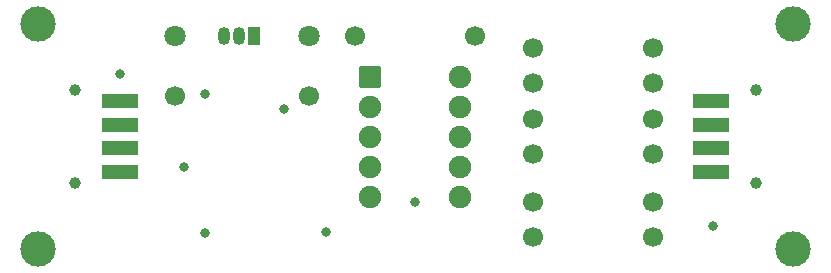
<source format=gbr>
%TF.GenerationSoftware,KiCad,Pcbnew,7.0.10*%
%TF.CreationDate,2024-04-17T13:25:17+09:00*%
%TF.ProjectId,HD-AK4316,48442d41-4b34-4333-9136-2e6b69636164,rev?*%
%TF.SameCoordinates,PX7735940PY47868c0*%
%TF.FileFunction,Soldermask,Bot*%
%TF.FilePolarity,Negative*%
%FSLAX46Y46*%
G04 Gerber Fmt 4.6, Leading zero omitted, Abs format (unit mm)*
G04 Created by KiCad (PCBNEW 7.0.10) date 2024-04-17 13:25:17*
%MOMM*%
%LPD*%
G01*
G04 APERTURE LIST*
G04 Aperture macros list*
%AMRoundRect*
0 Rectangle with rounded corners*
0 $1 Rounding radius*
0 $2 $3 $4 $5 $6 $7 $8 $9 X,Y pos of 4 corners*
0 Add a 4 corners polygon primitive as box body*
4,1,4,$2,$3,$4,$5,$6,$7,$8,$9,$2,$3,0*
0 Add four circle primitives for the rounded corners*
1,1,$1+$1,$2,$3*
1,1,$1+$1,$4,$5*
1,1,$1+$1,$6,$7*
1,1,$1+$1,$8,$9*
0 Add four rect primitives between the rounded corners*
20,1,$1+$1,$2,$3,$4,$5,0*
20,1,$1+$1,$4,$5,$6,$7,0*
20,1,$1+$1,$6,$7,$8,$9,0*
20,1,$1+$1,$8,$9,$2,$3,0*%
G04 Aperture macros list end*
%ADD10C,1.700000*%
%ADD11RoundRect,0.150000X-0.800000X0.800000X-0.800000X-0.800000X0.800000X-0.800000X0.800000X0.800000X0*%
%ADD12C,1.900000*%
%ADD13R,1.016000X1.524000*%
%ADD14O,1.016000X1.524000*%
%ADD15C,3.000000*%
%ADD16C,1.800000*%
%ADD17C,1.000000*%
%ADD18RoundRect,0.050000X-1.500000X0.550000X-1.500000X-0.550000X1.500000X-0.550000X1.500000X0.550000X0*%
%ADD19RoundRect,0.050000X1.500000X-0.550000X1.500000X0.550000X-1.500000X0.550000X-1.500000X-0.550000X0*%
%ADD20C,0.800000*%
G04 APERTURE END LIST*
D10*
%TO.C,R7*%
X44920000Y11000000D03*
X55080000Y11000000D03*
%TD*%
D11*
%TO.C,U1*%
X31190000Y17580000D03*
D12*
X31190000Y15040000D03*
X31190000Y12500000D03*
X31190000Y9960000D03*
X31190000Y7420000D03*
X38810000Y7420000D03*
X38810000Y9960000D03*
X38810000Y12500000D03*
X38810000Y15040000D03*
X38810000Y17580000D03*
%TD*%
D13*
%TO.C,U3*%
X21340000Y21000000D03*
D14*
X20070000Y21000000D03*
X18800000Y21000000D03*
%TD*%
D10*
%TO.C,R1*%
X29920000Y21000000D03*
X40080000Y21000000D03*
%TD*%
%TO.C,R4*%
X55080000Y20000000D03*
X44920000Y20000000D03*
%TD*%
D15*
%TO.C,REF\u002A\u002A*%
X67000000Y22000000D03*
%TD*%
D16*
%TO.C,C4*%
X14600000Y21000000D03*
D10*
X14600000Y15920000D03*
%TD*%
D15*
%TO.C,REF\u002A\u002A*%
X3000000Y22000000D03*
%TD*%
D17*
%TO.C,CN1*%
X6200000Y16450000D03*
X6200000Y8550000D03*
D18*
X10000000Y9500000D03*
X10000000Y11500000D03*
X10000000Y13500000D03*
X10000000Y15500000D03*
%TD*%
D17*
%TO.C,CN2*%
X63800000Y8550000D03*
X63800000Y16450000D03*
D19*
X60000000Y15500000D03*
X60000000Y13500000D03*
X60000000Y11500000D03*
X60000000Y9500000D03*
%TD*%
D16*
%TO.C,C5*%
X26000000Y21000000D03*
D10*
X26000000Y15920000D03*
%TD*%
D15*
%TO.C,REF\u002A\u002A*%
X3000000Y3000000D03*
%TD*%
D10*
%TO.C,R2*%
X55080000Y7000000D03*
X44920000Y7000000D03*
%TD*%
D15*
%TO.C,REF\u002A\u002A*%
X67000000Y3000000D03*
%TD*%
D10*
%TO.C,R6*%
X55080000Y14000000D03*
X44920000Y14000000D03*
%TD*%
%TO.C,R5*%
X44920000Y17000000D03*
X55080000Y17000000D03*
%TD*%
%TO.C,R3*%
X55080000Y4000000D03*
X44920000Y4000000D03*
%TD*%
D20*
X17200000Y16100000D03*
X17200000Y4300000D03*
X27400000Y4460000D03*
X35000000Y7000000D03*
X23900000Y14800000D03*
X60200000Y4900000D03*
X10000000Y17800000D03*
X15400000Y9900000D03*
M02*

</source>
